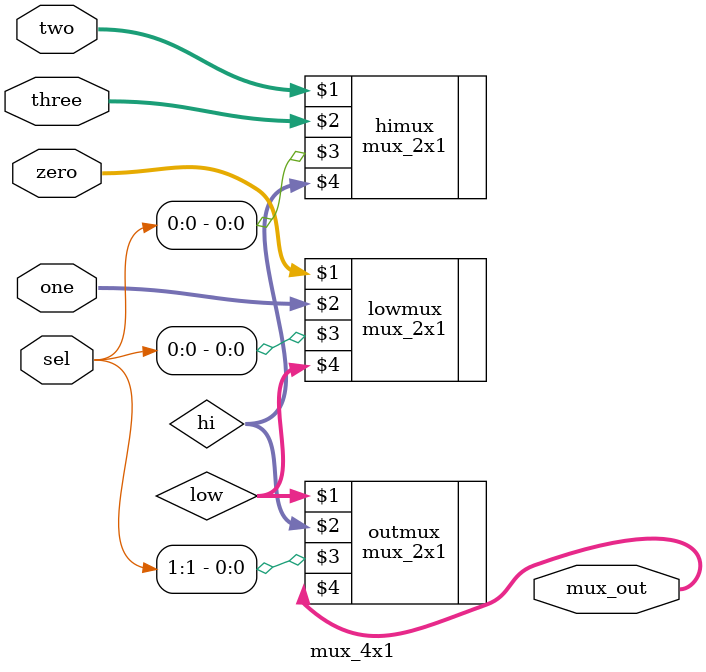
<source format=sv>
`timescale 1ns / 1ps

module mux_4x1(
input logic [31:0] zero,one,two,three,
input logic [1:0] sel,
output logic [31:0] mux_out
);
logic [31:0] low, hi;

mux_2x1 lowmux(zero,one,sel[0],low);
mux_2x1 himux(two,three,sel[0],hi);
mux_2x1 outmux(low,hi,sel[1],mux_out);
endmodule

</source>
